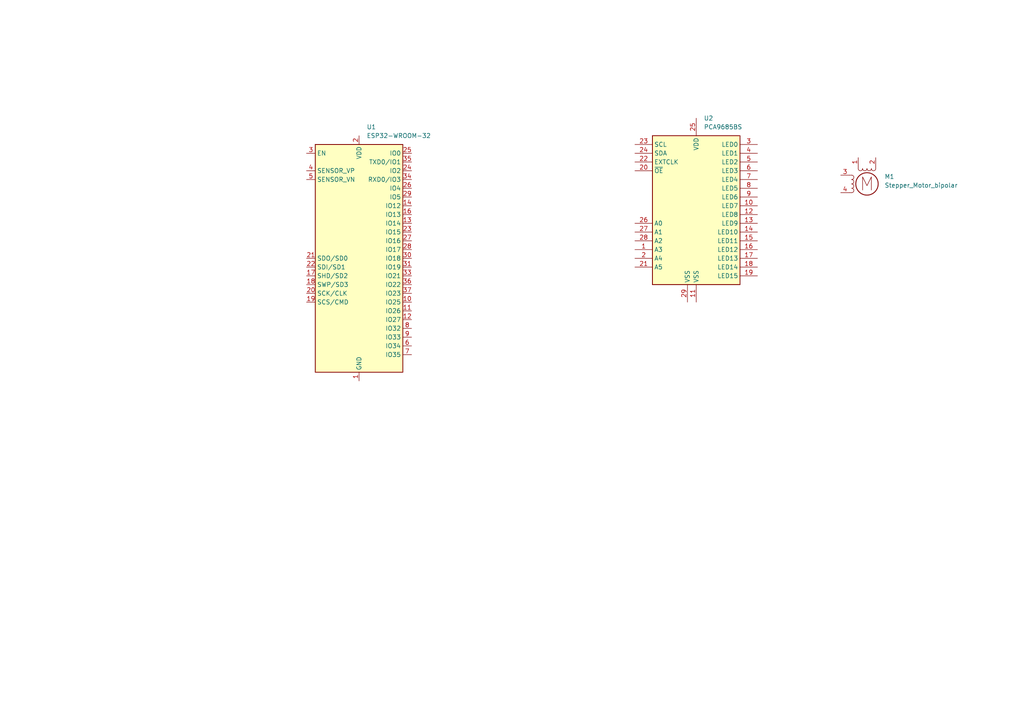
<source format=kicad_sch>
(kicad_sch (version 20231120) (generator "eeschema") (generator_version "8.0")
  (paper "A4")
  (lib_symbols
    (symbol "Driver_LED:PCA9685BS"
      (property "Reference" "U" (at -12.7 22.225 0))
      (property "Value" "PCA9685BS" (at 1.27 22.225 0))
      (symbol "PCA9685BS_0_1"
        (rectangle (start -12.7 20.32) (end 12.7 -22.86) (stroke (width 0.254)) (fill (type background)))
      )
      (symbol "PCA9685BS_1_1"
        (pin input line (at -17.78 -12.7 0) (length 5.08) (name "A3") (number "1"))
        (pin output line (at 17.78 0 180) (length 5.08) (name "LED7") (number "10"))
        (pin power_in line (at 0 -27.94 90) (length 5.08) (name "VSS") (number "11"))
        (pin output line (at 17.78 -2.54 180) (length 5.08) (name "LED8") (number "12"))
        (pin output line (at 17.78 -5.08 180) (length 5.08) (name "LED9") (number "13"))
        (pin output line (at 17.78 -7.62 180) (length 5.08) (name "LED10") (number "14"))
        (pin output line (at 17.78 -10.16 180) (length 5.08) (name "LED11") (number "15"))
        (pin output line (at 17.78 -12.7 180) (length 5.08) (name "LED12") (number "16"))
        (pin output line (at 17.78 -15.24 180) (length 5.08) (name "LED13") (number "17"))
        (pin output line (at 17.78 -17.78 180) (length 5.08) (name "LED14") (number "18"))
        (pin output line (at 17.78 -20.32 180) (length 5.08) (name "LED15") (number "19"))
        (pin input line (at -17.78 -15.24 0) (length 5.08) (name "A4") (number "2"))
        (pin input line (at -17.78 10.16 0) (length 5.08) (name "~{OE}") (number "20"))
        (pin input line (at -17.78 -17.78 0) (length 5.08) (name "A5") (number "21"))
        (pin input line (at -17.78 12.7 0) (length 5.08) (name "EXTCLK") (number "22"))
        (pin input line (at -17.78 17.78 0) (length 5.08) (name "SCL") (number "23"))
        (pin bidirectional line (at -17.78 15.24 0) (length 5.08) (name "SDA") (number "24"))
        (pin power_in line (at 0 25.4 270) (length 5.08) (name "VDD") (number "25"))
        (pin input line (at -17.78 -5.08 0) (length 5.08) (name "A0") (number "26"))
        (pin input line (at -17.78 -7.62 0) (length 5.08) (name "A1") (number "27"))
        (pin input line (at -17.78 -10.16 0) (length 5.08) (name "A2") (number "28"))
        (pin power_in line (at -2.54 -27.94 90) (length 5.08) (name "VSS") (number "29"))
        (pin output line (at 17.78 17.78 180) (length 5.08) (name "LED0") (number "3"))
        (pin output line (at 17.78 15.24 180) (length 5.08) (name "LED1") (number "4"))
        (pin output line (at 17.78 12.7 180) (length 5.08) (name "LED2") (number "5"))
        (pin output line (at 17.78 10.16 180) (length 5.08) (name "LED3") (number "6"))
        (pin output line (at 17.78 7.62 180) (length 5.08) (name "LED4") (number "7"))
        (pin output line (at 17.78 5.08 180) (length 5.08) (name "LED5") (number "8"))
        (pin output line (at 17.78 2.54 180) (length 5.08) (name "LED6") (number "9"))
      )
    )
    (symbol "Motor:Stepper_Motor_bipolar" (pin_names (offset 0) hide)
      (property "Reference" "M" (at 3.81 2.54 0))
      (property "Value" "Stepper_Motor_bipolar" (at 3.81 1.27 0))
      (symbol "Stepper_Motor_bipolar_0_0"
        (polyline (pts (xy -1.27 -1.778) (xy -1.27 2.032) (xy 0 -0.508) (xy 1.27 2.032) (xy 1.27 -1.778)))
      )
      (symbol "Stepper_Motor_bipolar_0_1"
        (arc (start -4.445 -2.54) (mid -3.8127 -1.905) (end -4.445 -1.27))
        (arc (start -4.445 -1.27) (mid -3.8127 -0.635) (end -4.445 0))
        (arc (start -4.445 0) (mid -3.8127 0.635) (end -4.445 1.27))
        (arc (start -4.445 1.27) (mid -3.8127 1.905) (end -4.445 2.54))
        (arc (start -2.54 4.445) (mid -1.905 3.8127) (end -1.27 4.445))
        (arc (start -1.27 4.445) (mid -0.635 3.8127) (end 0 4.445))
        (polyline (pts (xy -5.08 -2.54) (xy -4.445 -2.54)))
        (polyline (pts (xy -5.08 2.54) (xy -4.445 2.54)))
        (polyline (pts (xy -2.54 5.08) (xy -2.54 4.445)))
        (polyline (pts (xy 2.54 5.08) (xy 2.54 4.445)))
        (circle (center 0 0) (radius 3.2512) (stroke (width 0.254)))
        (arc (start 0 4.445) (mid 0.635 3.8127) (end 1.27 4.445))
        (arc (start 1.27 4.445) (mid 1.905 3.8127) (end 2.54 4.445))
      )
      (symbol "Stepper_Motor_bipolar_1_1"
        (pin passive line (at -2.54 7.62 270) (length 2.54) (name "~") (number "1"))
        (pin passive line (at 2.54 7.62 270) (length 2.54) (name "-") (number "2"))
        (pin passive line (at -7.62 2.54 0) (length 2.54) (name "~") (number "3"))
        (pin passive line (at -7.62 -2.54 0) (length 2.54) (name "~") (number "4"))
      )
    )
    (symbol "RF_Module:ESP32-WROOM-32"
      (property "Reference" "U" (at -12.7 34.29 0))
      (property "Value" "ESP32-WROOM-32" (at 1.27 34.29 0))
      (symbol "ESP32-WROOM-32_0_1"
        (rectangle (start -12.7 33.02) (end 12.7 -33.02) (stroke (width 0.254)) (fill (type background)))
      )
      (symbol "ESP32-WROOM-32_1_1"
        (pin power_in line (at 0 -35.56 90) (length 2.54) (name "GND") (number "1"))
        (pin bidirectional line (at 15.24 -12.7 180) (length 2.54) (name "IO25") (number "10"))
        (pin bidirectional line (at 15.24 -15.24 180) (length 2.54) (name "IO26") (number "11"))
        (pin bidirectional line (at 15.24 -17.78 180) (length 2.54) (name "IO27") (number "12"))
        (pin bidirectional line (at 15.24 10.16 180) (length 2.54) (name "IO14") (number "13"))
        (pin bidirectional line (at 15.24 15.24 180) (length 2.54) (name "IO12") (number "14"))
        (pin passive line (at 0 -35.56 90) (length 2.54) hide (name "GND") (number "15"))
        (pin bidirectional line (at 15.24 12.7 180) (length 2.54) (name "IO13") (number "16"))
        (pin bidirectional line (at -15.24 -5.08 0) (length 2.54) (name "SHD/SD2") (number "17"))
        (pin bidirectional line (at -15.24 -7.62 0) (length 2.54) (name "SWP/SD3") (number "18"))
        (pin bidirectional line (at -15.24 -12.7 0) (length 2.54) (name "SCS/CMD") (number "19"))
        (pin power_in line (at 0 35.56 270) (length 2.54) (name "VDD") (number "2"))
        (pin bidirectional line (at -15.24 -10.16 0) (length 2.54) (name "SCK/CLK") (number "20"))
        (pin bidirectional line (at -15.24 0 0) (length 2.54) (name "SDO/SD0") (number "21"))
        (pin bidirectional line (at -15.24 -2.54 0) (length 2.54) (name "SDI/SD1") (number "22"))
        (pin bidirectional line (at 15.24 7.62 180) (length 2.54) (name "IO15") (number "23"))
        (pin bidirectional line (at 15.24 25.4 180) (length 2.54) (name "IO2") (number "24"))
        (pin bidirectional line (at 15.24 30.48 180) (length 2.54) (name "IO0") (number "25"))
        (pin bidirectional line (at 15.24 20.32 180) (length 2.54) (name "IO4") (number "26"))
        (pin bidirectional line (at 15.24 5.08 180) (length 2.54) (name "IO16") (number "27"))
        (pin bidirectional line (at 15.24 2.54 180) (length 2.54) (name "IO17") (number "28"))
        (pin bidirectional line (at 15.24 17.78 180) (length 2.54) (name "IO5") (number "29"))
        (pin input line (at -15.24 30.48 0) (length 2.54) (name "EN") (number "3"))
        (pin bidirectional line (at 15.24 0 180) (length 2.54) (name "IO18") (number "30"))
        (pin bidirectional line (at 15.24 -2.54 180) (length 2.54) (name "IO19") (number "31"))
        (pin no_connect line (at -12.7 -27.94 0) (length 2.54) hide (name "NC") (number "32"))
        (pin bidirectional line (at 15.24 -5.08 180) (length 2.54) (name "IO21") (number "33"))
        (pin bidirectional line (at 15.24 22.86 180) (length 2.54) (name "RXD0/IO3") (number "34"))
        (pin bidirectional line (at 15.24 27.94 180) (length 2.54) (name "TXD0/IO1") (number "35"))
        (pin bidirectional line (at 15.24 -7.62 180) (length 2.54) (name "IO22") (number "36"))
        (pin bidirectional line (at 15.24 -10.16 180) (length 2.54) (name "IO23") (number "37"))
        (pin passive line (at 0 -35.56 90) (length 2.54) hide (name "GND") (number "38"))
        (pin passive line (at 0 -35.56 90) (length 2.54) hide (name "GND") (number "39"))
        (pin input line (at -15.24 25.4 0) (length 2.54) (name "SENSOR_VP") (number "4"))
        (pin input line (at -15.24 22.86 0) (length 2.54) (name "SENSOR_VN") (number "5"))
        (pin input line (at 15.24 -25.4 180) (length 2.54) (name "IO34") (number "6"))
        (pin input line (at 15.24 -27.94 180) (length 2.54) (name "IO35") (number "7"))
        (pin bidirectional line (at 15.24 -20.32 180) (length 2.54) (name "IO32") (number "8"))
        (pin bidirectional line (at 15.24 -22.86 180) (length 2.54) (name "IO33") (number "9"))
      )
    )
  )
  (symbol (lib_id "Motor:Stepper_Motor_bipolar") (at 251.46 53.34 0) (unit 1)
    (property "Reference" "M1" (at 256.54 51.219 0) (effects (justify left)))
    (property "Value" "Stepper_Motor_bipolar" (at 256.54 53.759 0) (effects (justify left)))
    (property "Datasheet" "http://www.infineon.com/dgdl/Application-Note-TLE8110EE_driving_UniPolarStepperMotor_V1.1.pdf?fileId=db3a30431be39b97011be5d0aa0a00b0" (effects (hide yes)))
    (property "Description" "4-wire bipolar stepper motor" (effects (hide yes)))
  )
  (symbol (lib_id "RF_Module:ESP32-WROOM-32") (at 104.14 74.93 0) (unit 1)
    (property "Reference" "U1" (at 106.3341 36.83 0) (effects (justify left)))
    (property "Value" "ESP32-WROOM-32" (at 106.3341 39.37 0) (effects (justify left)))
    (property "Footprint" "RF_Module:ESP32-WROOM-32" (effects (hide yes)))
    (property "Datasheet" "https://www.espressif.com/sites/default/files/documentation/esp32-wroom-32_datasheet_en.pdf" (effects (hide yes)))
    (property "Description" "RF Module, ESP32-D0WDQ6 SoC, Wi-Fi 802.11b/g/n, Bluetooth, BLE, 32-bit, 2.7-3.6V, onboard antenna, SMD" (effects (hide yes)))
  )
  (symbol (lib_id "Driver_LED:PCA9685BS") (at 201.93 59.69 0) (unit 1)
    (property "Reference" "U2" (at 204.1241 34.29 0) (effects (justify left)))
    (property "Value" "PCA9685BS" (at 204.1241 36.83 0) (effects (justify left)))
    (property "Footprint" "Package_DFN_QFN:QFN-28-1EP_6x6mm_P0.65mm_EP4.25x4.25mm" (effects (hide yes)))
    (property "Datasheet" "http://www.nxp.com/docs/en/data-sheet/PCA9685.pdf" (effects (hide yes)))
    (property "Description" "16-channel 12-bit PWM Fm+ I2C-bus LED controller RGBA QFN" (effects (hide yes)))
  )
)
</source>
